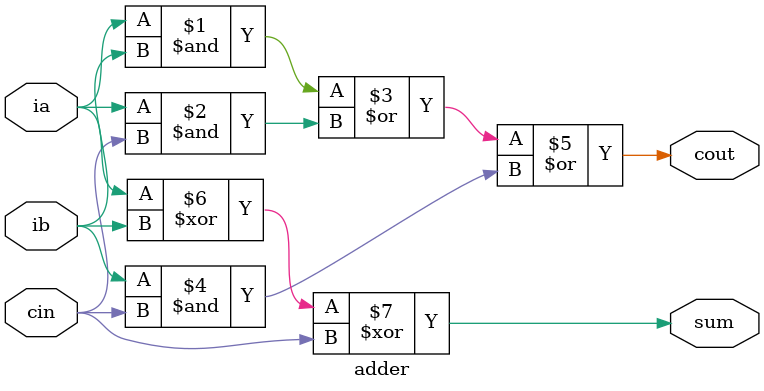
<source format=v>
`timescale 1ns / 1ps


module adder(
    input ia,  // 1Î»¶þ½øÖÆ¼ÓÊý
    input ib, // 1Î»¶þ½øÖÆ¼ÓÊý
    input cin, // µÍÎ»À´µÄ½øÎ»ÐÅºÅ
    output cout, // Ïò¸ßÎ»µÄ½øÎ»ÐÅºÅ
    output sum // 1Î»ºÍÊý
);
    
    assign cout = (ia&ib) | (ia&cin) | (ib&cin);  // µ±Èý¸öÊäÈëÆäÖÐÁ½¸öÎª1Ê±£¬²úÉú½øÎ»
    assign sum = ia^ib^cin; // ºÍÊýµÈÓÚÈý¸öÊäÈëÒì»òµÄÖµ
    
endmodule

</source>
